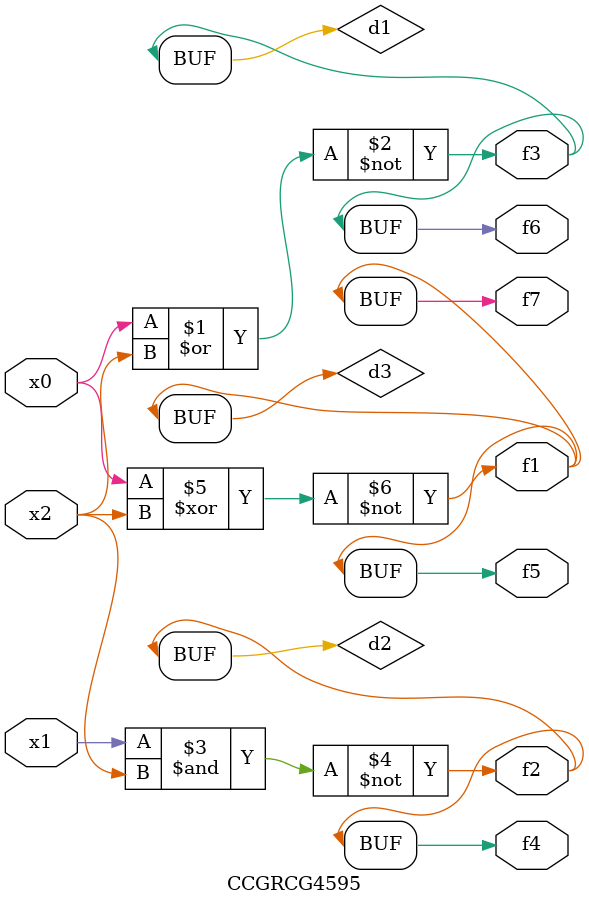
<source format=v>
module CCGRCG4595(
	input x0, x1, x2,
	output f1, f2, f3, f4, f5, f6, f7
);

	wire d1, d2, d3;

	nor (d1, x0, x2);
	nand (d2, x1, x2);
	xnor (d3, x0, x2);
	assign f1 = d3;
	assign f2 = d2;
	assign f3 = d1;
	assign f4 = d2;
	assign f5 = d3;
	assign f6 = d1;
	assign f7 = d3;
endmodule

</source>
